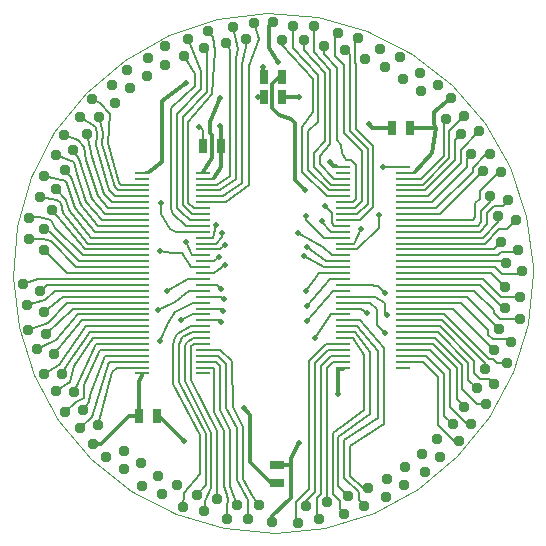
<source format=gtl>
G04 (created by PCBNEW-RS274X (2012-apr-16-27)-stable) date Tue 01 Apr 2014 03:39:00 PM EDT*
G01*
G70*
G90*
%MOIN*%
G04 Gerber Fmt 3.4, Leading zero omitted, Abs format*
%FSLAX34Y34*%
G04 APERTURE LIST*
%ADD10C,0.006000*%
%ADD11C,0.000400*%
%ADD12R,0.025000X0.045000*%
%ADD13C,0.037000*%
%ADD14R,0.045000X0.025000*%
%ADD15R,0.045300X0.009800*%
%ADD16C,0.020000*%
%ADD17C,0.008000*%
%ADD18C,0.011800*%
G04 APERTURE END LIST*
G54D10*
G54D11*
X48032Y-39370D02*
X47867Y-41052D01*
X47378Y-42670D01*
X46584Y-44163D01*
X45516Y-45473D01*
X44213Y-46551D01*
X42726Y-47355D01*
X41111Y-47855D01*
X39430Y-48031D01*
X37747Y-47878D01*
X36126Y-47401D01*
X34628Y-46618D01*
X33310Y-45558D01*
X32223Y-44263D01*
X31409Y-42782D01*
X30898Y-41170D01*
X30709Y-39490D01*
X30851Y-37807D01*
X31317Y-36182D01*
X32090Y-34678D01*
X33140Y-33353D01*
X34427Y-32258D01*
X35903Y-31433D01*
X37510Y-30911D01*
X39189Y-30710D01*
X40874Y-30840D01*
X42502Y-31295D01*
X44011Y-32057D01*
X45343Y-33098D01*
X46448Y-34377D01*
X47283Y-35847D01*
X47816Y-37451D01*
X48028Y-39129D01*
X48032Y-39370D01*
G54D12*
X39060Y-33484D03*
X39660Y-33484D03*
X39060Y-32825D03*
X39660Y-32825D03*
G54D13*
X33386Y-45059D03*
X39350Y-47677D03*
G54D12*
X43942Y-34528D03*
X43342Y-34528D03*
X37643Y-35118D03*
X37043Y-35118D03*
X35517Y-44134D03*
X34917Y-44134D03*
G54D14*
X39508Y-46363D03*
X39508Y-45763D03*
G54D15*
X37028Y-42716D03*
X37028Y-42520D03*
X37028Y-42323D03*
X37028Y-42126D03*
X37028Y-41929D03*
X37028Y-41732D03*
X37028Y-41535D03*
X37028Y-41339D03*
X37028Y-41142D03*
X37028Y-40945D03*
X37028Y-40748D03*
X37028Y-40551D03*
X37028Y-40354D03*
X37028Y-40157D03*
X37028Y-39961D03*
X37028Y-39764D03*
X37028Y-39567D03*
X37028Y-39370D03*
X37028Y-39173D03*
X37028Y-38976D03*
X37028Y-38779D03*
X37028Y-38583D03*
X37028Y-38386D03*
X37028Y-38189D03*
X37028Y-37992D03*
X37028Y-37795D03*
X37028Y-37598D03*
X37028Y-37401D03*
X37028Y-37205D03*
X37028Y-37008D03*
X37028Y-36811D03*
X37028Y-36614D03*
X37028Y-36417D03*
X37028Y-36220D03*
X37028Y-36024D03*
X35020Y-36024D03*
X35020Y-36220D03*
X35020Y-36417D03*
X35020Y-36614D03*
X35020Y-36811D03*
X35020Y-37008D03*
X35020Y-37205D03*
X35020Y-37401D03*
X35020Y-37598D03*
X35020Y-37795D03*
X35020Y-37992D03*
X35020Y-38189D03*
X35020Y-38386D03*
X35020Y-38583D03*
X35020Y-38779D03*
X35020Y-38976D03*
X35020Y-39173D03*
X35020Y-39370D03*
X35020Y-39567D03*
X35020Y-39764D03*
X35020Y-39961D03*
X35020Y-40157D03*
X35020Y-40354D03*
X35020Y-40551D03*
X35020Y-40748D03*
X35020Y-40945D03*
X35020Y-41142D03*
X35020Y-41339D03*
X35020Y-41535D03*
X35020Y-41732D03*
X35020Y-41929D03*
X35020Y-42126D03*
X35020Y-42323D03*
X35020Y-42520D03*
X35020Y-42716D03*
X43721Y-42519D03*
X43721Y-42323D03*
X43721Y-42126D03*
X43721Y-41929D03*
X43721Y-41732D03*
X43721Y-41535D03*
X43721Y-41338D03*
X43721Y-41142D03*
X43721Y-40945D03*
X43721Y-40748D03*
X43721Y-40551D03*
X43721Y-40354D03*
X43721Y-40157D03*
X43721Y-39960D03*
X43721Y-39764D03*
X43721Y-39567D03*
X43721Y-39370D03*
X43721Y-39173D03*
X43721Y-38976D03*
X43721Y-38779D03*
X43721Y-38582D03*
X43721Y-38386D03*
X43721Y-38189D03*
X43721Y-37992D03*
X43721Y-37795D03*
X43721Y-37598D03*
X43721Y-37401D03*
X43721Y-37204D03*
X43721Y-37008D03*
X43721Y-36811D03*
X43721Y-36614D03*
X43721Y-36417D03*
X43721Y-36220D03*
X43721Y-36023D03*
X43721Y-35827D03*
X41713Y-35827D03*
X41713Y-36023D03*
X41713Y-36220D03*
X41713Y-36417D03*
X41713Y-36614D03*
X41713Y-36811D03*
X41713Y-37008D03*
X41713Y-37204D03*
X41713Y-37401D03*
X41713Y-37598D03*
X41713Y-37795D03*
X41713Y-37992D03*
X41713Y-38189D03*
X41713Y-38386D03*
X41713Y-38582D03*
X41713Y-38779D03*
X41713Y-38976D03*
X41713Y-39173D03*
X41713Y-39370D03*
X41713Y-39567D03*
X41713Y-39764D03*
X41713Y-39960D03*
X41713Y-40157D03*
X41713Y-40354D03*
X41713Y-40551D03*
X41713Y-40748D03*
X41713Y-40945D03*
X41713Y-41142D03*
X41713Y-41338D03*
X41713Y-41535D03*
X41713Y-41732D03*
X41713Y-41929D03*
X41713Y-42126D03*
X41713Y-42323D03*
X41713Y-42519D03*
G54D13*
X33346Y-33583D03*
X32952Y-34172D03*
X33558Y-34151D03*
X33164Y-34740D03*
X37835Y-47579D03*
X38544Y-47579D03*
X38189Y-47087D03*
X38898Y-47087D03*
X37520Y-46890D03*
X36825Y-46751D03*
X37076Y-47303D03*
X36381Y-47164D03*
X36181Y-46417D03*
X35526Y-46146D03*
X35666Y-46736D03*
X35011Y-46465D03*
X34980Y-45689D03*
X34391Y-45295D03*
X34412Y-45901D03*
X33823Y-45507D03*
X32441Y-44016D03*
X32942Y-44517D03*
X33039Y-43918D03*
X33541Y-44420D03*
X31732Y-42717D03*
X32125Y-43307D03*
X32338Y-42739D03*
X32731Y-43328D03*
X31220Y-41260D03*
X31491Y-41915D03*
X31810Y-41399D03*
X32081Y-42054D03*
X31043Y-39724D03*
X31181Y-40419D03*
X31594Y-39976D03*
X31732Y-40671D03*
X31240Y-37539D03*
X31240Y-38248D03*
X31732Y-37893D03*
X31732Y-38602D03*
X31732Y-36122D03*
X31593Y-36817D03*
X32145Y-36566D03*
X32006Y-37261D03*
X32402Y-34764D03*
X32131Y-35419D03*
X32721Y-35279D03*
X32450Y-35934D03*
X34094Y-33701D03*
X34595Y-33200D03*
X33996Y-33103D03*
X34498Y-32601D03*
X35177Y-32815D03*
X35767Y-32422D03*
X35199Y-32209D03*
X35788Y-31816D03*
X36417Y-32146D03*
X37072Y-31875D03*
X36556Y-31556D03*
X37211Y-31285D03*
X38740Y-31024D03*
X38045Y-31162D03*
X38488Y-31575D03*
X37793Y-31713D03*
X41083Y-31791D03*
X41778Y-31930D03*
X41527Y-31378D03*
X42222Y-31517D03*
X40217Y-47697D03*
X40912Y-47559D03*
X40469Y-47146D03*
X41164Y-47008D03*
X42539Y-46535D03*
X41884Y-46806D03*
X42400Y-47125D03*
X41745Y-47396D03*
X43760Y-45827D03*
X43170Y-46220D03*
X43738Y-46433D03*
X43149Y-46826D03*
X44843Y-44902D03*
X44342Y-45403D03*
X44941Y-45500D03*
X44439Y-46002D03*
X45571Y-44980D03*
X45965Y-44391D03*
X45359Y-44412D03*
X45753Y-43823D03*
X46476Y-43720D03*
X46747Y-43065D03*
X46157Y-43205D03*
X46428Y-42550D03*
X47165Y-42362D03*
X47304Y-41667D03*
X46752Y-41918D03*
X46891Y-41223D03*
X47598Y-40886D03*
X47598Y-40177D03*
X47106Y-40532D03*
X47106Y-39823D03*
X47677Y-39291D03*
X47539Y-38596D03*
X47126Y-39039D03*
X46988Y-38344D03*
X47480Y-37598D03*
X47209Y-36943D03*
X46890Y-37459D03*
X46619Y-36804D03*
X46988Y-36004D03*
X46595Y-35414D03*
X46382Y-35982D03*
X45989Y-35393D03*
X46240Y-34646D03*
X45739Y-34145D03*
X45642Y-34744D03*
X45140Y-34242D03*
X43720Y-32913D03*
X44309Y-33307D03*
X44288Y-32701D03*
X44877Y-33095D03*
X40748Y-31122D03*
X40039Y-31122D03*
X40394Y-31614D03*
X39685Y-31614D03*
X39370Y-31004D03*
X45295Y-33543D03*
X42441Y-32224D03*
X43096Y-32495D03*
X42956Y-31905D03*
X43611Y-32176D03*
G54D16*
X41102Y-37146D03*
X41004Y-37618D03*
X40472Y-37461D03*
X42323Y-37913D03*
X42894Y-37441D03*
X40217Y-38031D03*
X40512Y-38514D03*
X40404Y-38809D03*
X40472Y-39961D03*
X40492Y-40472D03*
X43110Y-40030D03*
X40512Y-40965D03*
X43169Y-40768D03*
X43110Y-41378D03*
X42500Y-40689D03*
X40787Y-41535D03*
X36486Y-33041D03*
X39045Y-32500D03*
X38858Y-33514D03*
X37599Y-33524D03*
X35630Y-37028D03*
X37490Y-37776D03*
X37677Y-38022D03*
X37776Y-38425D03*
X36457Y-38346D03*
X37579Y-38848D03*
X35591Y-38622D03*
X37776Y-39114D03*
X35827Y-39961D03*
X37648Y-39911D03*
X35531Y-40610D03*
X37726Y-40236D03*
X35610Y-41634D03*
X37717Y-40620D03*
X36319Y-40945D03*
X37628Y-41014D03*
X41260Y-35659D03*
X40453Y-36614D03*
X40246Y-33484D03*
X43051Y-35827D03*
X42559Y-34409D03*
X36909Y-34488D03*
X36417Y-44961D03*
X38406Y-43878D03*
X40226Y-45030D03*
X41535Y-43386D03*
X39547Y-32343D03*
X37618Y-34469D03*
G54D17*
X45448Y-35595D02*
X45448Y-34938D01*
X44429Y-36614D02*
X45448Y-35595D01*
X43721Y-36614D02*
X44429Y-36614D01*
X45448Y-34938D02*
X45642Y-34744D01*
X43721Y-36811D02*
X44527Y-36811D01*
X45630Y-35256D02*
X46240Y-34646D01*
X45630Y-35708D02*
X45630Y-35256D01*
X44527Y-36811D02*
X45630Y-35708D01*
X43721Y-37008D02*
X44665Y-37008D01*
X45827Y-35555D02*
X45989Y-35393D01*
X45827Y-35846D02*
X45827Y-35555D01*
X44665Y-37008D02*
X45827Y-35846D01*
X46024Y-36003D02*
X46024Y-35866D01*
X43721Y-37204D02*
X44823Y-37204D01*
X46476Y-35414D02*
X46595Y-35414D01*
X44823Y-37204D02*
X46024Y-36003D01*
X46024Y-35866D02*
X46476Y-35414D01*
X43721Y-37401D02*
X44941Y-37401D01*
X46382Y-35960D02*
X46382Y-35982D01*
X44941Y-37401D02*
X46382Y-35960D01*
X43721Y-37598D02*
X46024Y-37598D01*
X46280Y-36890D02*
X46280Y-36634D01*
X46910Y-36004D02*
X46988Y-36004D01*
X46122Y-37500D02*
X46122Y-37048D01*
X46122Y-37048D02*
X46280Y-36890D01*
X46280Y-36634D02*
X46910Y-36004D01*
X46024Y-37598D02*
X46122Y-37500D01*
X43721Y-37795D02*
X46196Y-37795D01*
X46619Y-36984D02*
X46619Y-36804D01*
X46319Y-37672D02*
X46319Y-37284D01*
X46319Y-37284D02*
X46619Y-36984D01*
X46196Y-37795D02*
X46319Y-37672D01*
X46260Y-37992D02*
X46516Y-37736D01*
X43721Y-37992D02*
X46260Y-37992D01*
X46516Y-37362D02*
X46752Y-37126D01*
X46752Y-37126D02*
X47026Y-37126D01*
X46516Y-37736D02*
X46516Y-37362D01*
X47026Y-37126D02*
X47209Y-36943D01*
X46358Y-38189D02*
X46890Y-37657D01*
X46890Y-37657D02*
X46890Y-37459D01*
X43721Y-38189D02*
X46358Y-38189D01*
X46436Y-38386D02*
X46909Y-37913D01*
X46909Y-37913D02*
X47165Y-37913D01*
X47165Y-37913D02*
X47480Y-37598D01*
X43721Y-38386D02*
X46436Y-38386D01*
X43721Y-38582D02*
X46750Y-38582D01*
X46750Y-38582D02*
X46988Y-38344D01*
X46871Y-38779D02*
X46969Y-38681D01*
X46969Y-38681D02*
X47454Y-38681D01*
X47454Y-38681D02*
X47539Y-38596D01*
X43721Y-38779D02*
X46871Y-38779D01*
X43721Y-38976D02*
X47063Y-38976D01*
X47063Y-38976D02*
X47126Y-39039D01*
X43721Y-39173D02*
X46772Y-39173D01*
X46772Y-39173D02*
X47008Y-39409D01*
X47008Y-39409D02*
X47559Y-39409D01*
X47559Y-39409D02*
X47677Y-39291D01*
X43721Y-39370D02*
X46653Y-39370D01*
X46653Y-39370D02*
X47106Y-39823D01*
X46359Y-39567D02*
X46969Y-40177D01*
X46969Y-40177D02*
X47598Y-40177D01*
X43721Y-39567D02*
X46359Y-39567D01*
X47047Y-40532D02*
X47106Y-40532D01*
X43721Y-39764D02*
X46279Y-39764D01*
X46279Y-39764D02*
X47047Y-40532D01*
X43721Y-39960D02*
X46082Y-39960D01*
X46082Y-39960D02*
X46732Y-40610D01*
X46732Y-40610D02*
X46732Y-40689D01*
X46929Y-40886D02*
X47598Y-40886D01*
X46732Y-40689D02*
X46929Y-40886D01*
X45825Y-40157D02*
X46891Y-41223D01*
X43721Y-40157D02*
X45825Y-40157D01*
X46555Y-41417D02*
X46693Y-41555D01*
X43721Y-40354D02*
X45629Y-40354D01*
X46555Y-41280D02*
X46555Y-41417D01*
X46693Y-41555D02*
X47192Y-41555D01*
X47192Y-41555D02*
X47304Y-41667D01*
X45629Y-40354D02*
X46555Y-41280D01*
X43721Y-40551D02*
X45385Y-40551D01*
X45385Y-40551D02*
X46752Y-41918D01*
X46575Y-42244D02*
X46712Y-42244D01*
X45079Y-40748D02*
X46575Y-42244D01*
X46712Y-42244D02*
X46830Y-42362D01*
X46830Y-42362D02*
X47165Y-42362D01*
X43721Y-40748D02*
X45079Y-40748D01*
X46428Y-42373D02*
X46428Y-42550D01*
X43721Y-40945D02*
X45000Y-40945D01*
X45000Y-40945D02*
X46428Y-42373D01*
X46083Y-42697D02*
X46280Y-42894D01*
X46083Y-42284D02*
X46083Y-42697D01*
X46576Y-42894D02*
X46747Y-43065D01*
X43721Y-41142D02*
X44941Y-41142D01*
X44941Y-41142D02*
X46083Y-42284D01*
X46280Y-42894D02*
X46576Y-42894D01*
X45886Y-42362D02*
X45886Y-42934D01*
X45886Y-42934D02*
X46157Y-43205D01*
X43721Y-41338D02*
X44862Y-41338D01*
X44862Y-41338D02*
X45886Y-42362D01*
X45689Y-42441D02*
X45689Y-43248D01*
X45689Y-43248D02*
X46161Y-43720D01*
X46161Y-43720D02*
X46476Y-43720D01*
X44783Y-41535D02*
X45689Y-42441D01*
X43721Y-41535D02*
X44783Y-41535D01*
X45492Y-42520D02*
X45492Y-43562D01*
X44704Y-41732D02*
X45492Y-42520D01*
X43721Y-41732D02*
X44704Y-41732D01*
X45492Y-43562D02*
X45753Y-43823D01*
X44606Y-41929D02*
X45276Y-42599D01*
X45828Y-44391D02*
X45965Y-44391D01*
X43721Y-41929D02*
X44606Y-41929D01*
X45276Y-42599D02*
X45276Y-43839D01*
X45276Y-43839D02*
X45828Y-44391D01*
X44488Y-42126D02*
X45079Y-42717D01*
X43721Y-42126D02*
X44488Y-42126D01*
X45079Y-44132D02*
X45359Y-44412D01*
X45079Y-42717D02*
X45079Y-44132D01*
X44882Y-42835D02*
X44882Y-44449D01*
X43721Y-42323D02*
X44370Y-42323D01*
X45413Y-44980D02*
X45571Y-44980D01*
X44882Y-44449D02*
X45413Y-44980D01*
X44370Y-42323D02*
X44882Y-42835D01*
X41289Y-35054D02*
X41289Y-32605D01*
X41398Y-36220D02*
X40925Y-35748D01*
X40944Y-35450D02*
X41289Y-35054D01*
X40925Y-35748D02*
X40944Y-35450D01*
X41713Y-36220D02*
X41398Y-36220D01*
X41289Y-32605D02*
X40748Y-32008D01*
X40748Y-32008D02*
X40748Y-31122D01*
X41092Y-32693D02*
X40394Y-31929D01*
X41319Y-36417D02*
X40728Y-35846D01*
X40394Y-31929D02*
X40394Y-31614D01*
X41092Y-34961D02*
X41092Y-32693D01*
X41713Y-36417D02*
X41319Y-36417D01*
X40728Y-35365D02*
X41092Y-34961D01*
X40728Y-35846D02*
X40728Y-35365D01*
X40886Y-32770D02*
X40039Y-31850D01*
X41240Y-36614D02*
X40531Y-35926D01*
X40531Y-34646D02*
X40886Y-34326D01*
X40886Y-34326D02*
X40886Y-32770D01*
X40531Y-35926D02*
X40531Y-34646D01*
X40039Y-31850D02*
X40039Y-31122D01*
X41713Y-36614D02*
X41240Y-36614D01*
X40698Y-34010D02*
X40698Y-32892D01*
X41162Y-36811D02*
X40335Y-36004D01*
X41713Y-36811D02*
X41162Y-36811D01*
X40335Y-36004D02*
X40335Y-34488D01*
X40335Y-34488D02*
X40698Y-34010D01*
X39685Y-31772D02*
X39685Y-31614D01*
X40698Y-32892D02*
X39685Y-31772D01*
X41083Y-32067D02*
X41083Y-31791D01*
X41988Y-35610D02*
X41791Y-35610D01*
X42146Y-36889D02*
X42146Y-35768D01*
X42146Y-35768D02*
X41988Y-35610D01*
X41791Y-35610D02*
X41673Y-35354D01*
X42027Y-37008D02*
X42146Y-36889D01*
X41506Y-32529D02*
X41083Y-32067D01*
X41713Y-37008D02*
X42027Y-37008D01*
X41506Y-34931D02*
X41506Y-32529D01*
X41673Y-35354D02*
X41648Y-35103D01*
X41648Y-35103D02*
X41506Y-34931D01*
X41732Y-34704D02*
X41732Y-32441D01*
X42343Y-36968D02*
X42343Y-35315D01*
X41732Y-32441D02*
X41437Y-32146D01*
X42107Y-37204D02*
X42343Y-36968D01*
X41437Y-31468D02*
X41527Y-31378D01*
X41437Y-32146D02*
X41437Y-31468D01*
X41713Y-37204D02*
X42107Y-37204D01*
X42343Y-35315D02*
X41732Y-34704D01*
X41713Y-37401D02*
X42186Y-37401D01*
X42525Y-35237D02*
X41929Y-34641D01*
X41929Y-34641D02*
X41929Y-32081D01*
X41929Y-32081D02*
X41778Y-31930D01*
X42186Y-37401D02*
X42525Y-37062D01*
X42525Y-37062D02*
X42525Y-35237D01*
X42111Y-31628D02*
X42222Y-31517D01*
X42126Y-32382D02*
X42111Y-32367D01*
X42126Y-34567D02*
X42126Y-32382D01*
X42707Y-35148D02*
X42126Y-34567D01*
X42264Y-37598D02*
X42707Y-37155D01*
X42707Y-37155D02*
X42707Y-35148D01*
X41713Y-37598D02*
X42264Y-37598D01*
X42111Y-32367D02*
X42111Y-31628D01*
X41339Y-37716D02*
X41339Y-37383D01*
X41418Y-37795D02*
X41339Y-37716D01*
X41713Y-37795D02*
X41418Y-37795D01*
X41339Y-37383D02*
X41102Y-37146D01*
X41713Y-37992D02*
X41319Y-37992D01*
X41319Y-37992D02*
X41004Y-37677D01*
X41004Y-37677D02*
X41004Y-37618D01*
X41063Y-38189D02*
X40472Y-37598D01*
X41063Y-38189D02*
X41713Y-38189D01*
X40472Y-37598D02*
X40472Y-37461D01*
X41713Y-38386D02*
X42067Y-38386D01*
X42067Y-38386D02*
X42323Y-37913D01*
X41713Y-38582D02*
X42185Y-38582D01*
X42894Y-37873D02*
X42894Y-37441D01*
X42185Y-38582D02*
X42894Y-37873D01*
X41713Y-38779D02*
X41338Y-38779D01*
X41338Y-38779D02*
X41043Y-38484D01*
X41043Y-38484D02*
X40217Y-38031D01*
X41142Y-38976D02*
X40512Y-38514D01*
X41713Y-38976D02*
X41575Y-38976D01*
X41555Y-38976D02*
X41142Y-38976D01*
X41575Y-38976D02*
X41555Y-38976D01*
X41073Y-39173D02*
X40404Y-38809D01*
X41713Y-39173D02*
X41073Y-39173D01*
X40905Y-39370D02*
X40472Y-39961D01*
X41713Y-39370D02*
X40905Y-39370D01*
X41280Y-39567D02*
X40492Y-40472D01*
X41713Y-39567D02*
X41280Y-39567D01*
X42579Y-39764D02*
X42875Y-39795D01*
X41713Y-39764D02*
X42579Y-39764D01*
X42875Y-39795D02*
X43110Y-40030D01*
X41713Y-39960D02*
X41378Y-39961D01*
X41378Y-39961D02*
X40512Y-40965D01*
X41713Y-40157D02*
X42776Y-40157D01*
X43110Y-40374D02*
X43110Y-40708D01*
X43110Y-40708D02*
X43169Y-40768D01*
X42776Y-40157D02*
X43110Y-40374D01*
X42835Y-41103D02*
X43110Y-41378D01*
X41713Y-40354D02*
X42618Y-40354D01*
X42618Y-40354D02*
X42835Y-40571D01*
X42835Y-40571D02*
X42835Y-41103D01*
X41713Y-40551D02*
X42303Y-40551D01*
X42303Y-40551D02*
X42500Y-40689D01*
X41713Y-40748D02*
X41319Y-40748D01*
X41319Y-40748D02*
X41319Y-40748D01*
X41319Y-40748D02*
X40787Y-41535D01*
X41949Y-45138D02*
X41949Y-46122D01*
X43071Y-44415D02*
X41949Y-45138D01*
X42362Y-46535D02*
X42539Y-46535D01*
X42266Y-40945D02*
X43071Y-41858D01*
X41713Y-40945D02*
X42266Y-40945D01*
X41949Y-46122D02*
X42362Y-46535D01*
X43071Y-41858D02*
X43071Y-44415D01*
X41752Y-44942D02*
X41752Y-46201D01*
X42224Y-46673D02*
X42224Y-46949D01*
X42874Y-44213D02*
X41752Y-44942D01*
X42874Y-41953D02*
X42874Y-44213D01*
X42224Y-46949D02*
X42400Y-47125D01*
X41752Y-46201D02*
X42224Y-46673D01*
X41713Y-41142D02*
X42185Y-41142D01*
X42185Y-41142D02*
X42874Y-41953D01*
X42618Y-44055D02*
X41555Y-44823D01*
X42105Y-41338D02*
X42618Y-42014D01*
X42618Y-42014D02*
X42618Y-44055D01*
X41555Y-46477D02*
X41884Y-46806D01*
X41555Y-44823D02*
X41555Y-46477D01*
X41713Y-41338D02*
X42105Y-41338D01*
X41358Y-46732D02*
X41594Y-46968D01*
X41890Y-44331D02*
X41358Y-44705D01*
X42402Y-42106D02*
X42402Y-42736D01*
X42402Y-43937D02*
X41890Y-44331D01*
X41594Y-47245D02*
X41745Y-47396D01*
X42027Y-41535D02*
X42402Y-42106D01*
X42402Y-42736D02*
X42402Y-43937D01*
X41594Y-46968D02*
X41594Y-47245D01*
X41358Y-44705D02*
X41358Y-46732D01*
X41713Y-41535D02*
X42027Y-41535D01*
X40138Y-47618D02*
X40217Y-47697D01*
X40571Y-42303D02*
X40571Y-46575D01*
X40138Y-47008D02*
X40138Y-47618D01*
X41142Y-41732D02*
X40571Y-42303D01*
X40571Y-46575D02*
X40138Y-47008D01*
X41713Y-41732D02*
X41142Y-41732D01*
X40768Y-46653D02*
X40469Y-46952D01*
X41713Y-41929D02*
X41221Y-41929D01*
X41221Y-41929D02*
X40768Y-42382D01*
X40469Y-46952D02*
X40469Y-47146D01*
X40768Y-42382D02*
X40768Y-46653D01*
X41713Y-42126D02*
X41299Y-42126D01*
X40827Y-47474D02*
X40912Y-47559D01*
X40965Y-46732D02*
X40827Y-46870D01*
X41299Y-42126D02*
X40965Y-42460D01*
X40965Y-42460D02*
X40965Y-46732D01*
X40827Y-46870D02*
X40827Y-47474D01*
X41164Y-42536D02*
X41164Y-47008D01*
X41338Y-42362D02*
X41164Y-42536D01*
X41339Y-42362D02*
X41338Y-42362D01*
X41713Y-42323D02*
X41378Y-42323D01*
X41378Y-42323D02*
X41339Y-42362D01*
X44291Y-36220D02*
X45059Y-35452D01*
X45059Y-34323D02*
X45140Y-34242D01*
X45059Y-35452D02*
X45059Y-34323D01*
X43721Y-36220D02*
X44291Y-36220D01*
X45256Y-34628D02*
X45739Y-34145D01*
X44370Y-36417D02*
X45256Y-35531D01*
X45256Y-35531D02*
X45256Y-34628D01*
X43721Y-36417D02*
X44370Y-36417D01*
G54D18*
X35256Y-36004D02*
X35689Y-35650D01*
G54D17*
X35256Y-36004D02*
X35020Y-36024D01*
G54D18*
X35689Y-33622D02*
X36486Y-33041D01*
X39055Y-32628D02*
X39045Y-32500D01*
X35689Y-35650D02*
X35689Y-33622D01*
X39060Y-32825D02*
X39055Y-32628D01*
G54D17*
X37028Y-36024D02*
X37028Y-36004D01*
G54D18*
X37343Y-35531D02*
X37343Y-34764D01*
X39060Y-33484D02*
X39045Y-33524D01*
X37028Y-36004D02*
X37343Y-35531D01*
X37264Y-34331D02*
X37599Y-33524D01*
X39045Y-33524D02*
X38858Y-33514D01*
X37264Y-34685D02*
X37264Y-34331D01*
X37343Y-34764D02*
X37264Y-34685D01*
G54D17*
X35020Y-36417D02*
X34311Y-36417D01*
X33878Y-35039D02*
X33937Y-34075D01*
X33937Y-34075D02*
X33602Y-33701D01*
X33602Y-33701D02*
X33346Y-33583D01*
X34311Y-36417D02*
X34252Y-36358D01*
X34252Y-36358D02*
X33878Y-35039D01*
X32480Y-36949D02*
X32145Y-36566D01*
X33307Y-38187D02*
X32559Y-37283D01*
X34508Y-38189D02*
X33307Y-38187D01*
X32559Y-37283D02*
X32480Y-36949D01*
X35020Y-38189D02*
X34508Y-38189D01*
X32165Y-36949D02*
X31593Y-36817D01*
X32362Y-37362D02*
X32303Y-37047D01*
X32303Y-37047D02*
X32165Y-36949D01*
X35020Y-38386D02*
X33209Y-38386D01*
X33209Y-38386D02*
X32362Y-37362D01*
X35020Y-38583D02*
X33110Y-38583D01*
X33110Y-38583D02*
X32006Y-37261D01*
X33031Y-38780D02*
X32106Y-37874D01*
X32106Y-37874D02*
X31969Y-37598D01*
X35020Y-38779D02*
X33031Y-38780D01*
X31969Y-37598D02*
X31575Y-37500D01*
X31575Y-37500D02*
X31240Y-37539D01*
X31949Y-37992D02*
X31732Y-37893D01*
X32894Y-38976D02*
X31949Y-37992D01*
X35020Y-38976D02*
X32894Y-38976D01*
X31713Y-38248D02*
X31240Y-38248D01*
X32795Y-39173D02*
X31969Y-38287D01*
X31969Y-38287D02*
X31713Y-38248D01*
X35020Y-39173D02*
X32795Y-39173D01*
X35020Y-39370D02*
X32520Y-39370D01*
X32520Y-39370D02*
X31732Y-38602D01*
X35020Y-39567D02*
X31535Y-39567D01*
X31535Y-39567D02*
X31043Y-39724D01*
X31850Y-39764D02*
X31594Y-39976D01*
X35020Y-39764D02*
X31850Y-39764D01*
X35020Y-39961D02*
X32106Y-39961D01*
X32106Y-39961D02*
X31772Y-40276D01*
X31772Y-40276D02*
X31181Y-40419D01*
X33701Y-34685D02*
X33558Y-34151D01*
X33681Y-35059D02*
X33701Y-34685D01*
X34094Y-36496D02*
X33681Y-35059D01*
X34213Y-36614D02*
X34094Y-36496D01*
X35020Y-36614D02*
X34213Y-36614D01*
X35020Y-40157D02*
X32362Y-40157D01*
X32362Y-40157D02*
X31732Y-40671D01*
X35020Y-40354D02*
X32500Y-40354D01*
X31870Y-41024D02*
X31220Y-41260D01*
X32500Y-40354D02*
X31870Y-41024D01*
X35020Y-40551D02*
X32717Y-40551D01*
X32717Y-40551D02*
X31810Y-41399D01*
X32874Y-40748D02*
X32126Y-41614D01*
X32126Y-41614D02*
X31491Y-41915D01*
X35020Y-40748D02*
X32874Y-40748D01*
X33012Y-40945D02*
X32081Y-42054D01*
X35020Y-40945D02*
X33012Y-40945D01*
X35020Y-41142D02*
X33150Y-41142D01*
X32224Y-42421D02*
X31732Y-42717D01*
X33150Y-41142D02*
X32224Y-42421D01*
X32520Y-42421D02*
X32338Y-42739D01*
X35020Y-41339D02*
X33268Y-41339D01*
X33268Y-41339D02*
X32520Y-42421D01*
X33386Y-41535D02*
X32756Y-42461D01*
X35020Y-41535D02*
X33386Y-41535D01*
X32756Y-42461D02*
X32618Y-42992D01*
X32618Y-42992D02*
X32125Y-43307D01*
X33484Y-41732D02*
X32731Y-43328D01*
X35020Y-41732D02*
X33484Y-41732D01*
X35020Y-41929D02*
X33622Y-41929D01*
X33622Y-41929D02*
X33084Y-43109D01*
X32795Y-43661D02*
X32441Y-44016D01*
X33071Y-43543D02*
X32795Y-43661D01*
X33084Y-43109D02*
X33071Y-43543D01*
X34094Y-36811D02*
X33917Y-36614D01*
X35020Y-36811D02*
X34094Y-36811D01*
X33504Y-34783D02*
X33465Y-34508D01*
X33465Y-34508D02*
X32952Y-34172D01*
X33465Y-35098D02*
X33504Y-34783D01*
X33917Y-36614D02*
X33465Y-35098D01*
X33287Y-43445D02*
X33228Y-43681D01*
X35020Y-42126D02*
X33760Y-42126D01*
X33228Y-43681D02*
X33039Y-43918D01*
X33760Y-42126D02*
X33287Y-43445D01*
X33898Y-42323D02*
X33327Y-44154D01*
X35020Y-42323D02*
X33898Y-42323D01*
X33327Y-44154D02*
X32942Y-44517D01*
X34173Y-42520D02*
X33996Y-42657D01*
X35020Y-42520D02*
X34173Y-42520D01*
X33996Y-42657D02*
X33541Y-44420D01*
X37953Y-36129D02*
X37953Y-31938D01*
X37520Y-36417D02*
X37953Y-36129D01*
X37028Y-36417D02*
X37520Y-36417D01*
X37953Y-31938D02*
X37793Y-31713D01*
X37598Y-36614D02*
X38150Y-36246D01*
X37028Y-36614D02*
X37559Y-36614D01*
X38150Y-36246D02*
X38150Y-32213D01*
X38209Y-31890D02*
X38045Y-31162D01*
X37559Y-36614D02*
X37598Y-36614D01*
X38150Y-32213D02*
X38209Y-31890D01*
X37028Y-36811D02*
X37697Y-36811D01*
X38484Y-31831D02*
X38488Y-31575D01*
X38346Y-36359D02*
X38346Y-32402D01*
X38346Y-32402D02*
X38484Y-31831D01*
X37697Y-36811D02*
X38346Y-36359D01*
X38898Y-31575D02*
X38740Y-31024D01*
X38583Y-32460D02*
X38898Y-31575D01*
X38564Y-36437D02*
X38583Y-32460D01*
X37795Y-37008D02*
X38564Y-36437D01*
X37028Y-37008D02*
X37795Y-37008D01*
X37362Y-31516D02*
X37211Y-31285D01*
X37028Y-37205D02*
X36732Y-37205D01*
X36555Y-37026D02*
X36555Y-34322D01*
X37430Y-31966D02*
X37362Y-31516D01*
X36732Y-37205D02*
X36555Y-37026D01*
X37352Y-33415D02*
X37430Y-31966D01*
X36555Y-34322D02*
X37352Y-33415D01*
X36713Y-37402D02*
X36673Y-37402D01*
X36496Y-37244D02*
X36359Y-37107D01*
X36673Y-37402D02*
X36496Y-37244D01*
X36359Y-34155D02*
X37165Y-33327D01*
X37165Y-33327D02*
X37165Y-31957D01*
X37028Y-37401D02*
X36713Y-37402D01*
X36359Y-37107D02*
X36359Y-34155D01*
X37165Y-31957D02*
X37072Y-31875D01*
X33740Y-36732D02*
X33346Y-35512D01*
X33346Y-35512D02*
X33164Y-34740D01*
X33996Y-37008D02*
X33740Y-36732D01*
X35020Y-37008D02*
X33996Y-37008D01*
X36161Y-37184D02*
X36161Y-34055D01*
X36969Y-33247D02*
X36969Y-32640D01*
X36299Y-37323D02*
X36280Y-37303D01*
X37028Y-37598D02*
X36614Y-37598D01*
X36614Y-37598D02*
X36299Y-37323D01*
X36969Y-32640D02*
X36556Y-31556D01*
X36161Y-34055D02*
X36969Y-33247D01*
X36280Y-37303D02*
X36161Y-37184D01*
X36476Y-37795D02*
X36043Y-37402D01*
X37028Y-37795D02*
X36476Y-37795D01*
X36772Y-33149D02*
X36772Y-32749D01*
X36772Y-32749D02*
X36417Y-32146D01*
X35965Y-37224D02*
X35965Y-33878D01*
X35965Y-33878D02*
X36772Y-33149D01*
X36043Y-37402D02*
X35965Y-37224D01*
X36673Y-37992D02*
X36142Y-37992D01*
X37028Y-37992D02*
X36673Y-37992D01*
X35945Y-37894D02*
X35630Y-37402D01*
X36142Y-37992D02*
X35945Y-37894D01*
X35630Y-37402D02*
X35630Y-37028D01*
X37363Y-38189D02*
X37028Y-38189D01*
X37363Y-38189D02*
X37490Y-37776D01*
X37460Y-38386D02*
X37677Y-38169D01*
X37028Y-38386D02*
X37460Y-38386D01*
X37677Y-38169D02*
X37677Y-38022D01*
X37618Y-38583D02*
X37776Y-38425D01*
X37362Y-38583D02*
X37362Y-38583D01*
X37028Y-38583D02*
X37362Y-38583D01*
X37362Y-38583D02*
X37618Y-38583D01*
X36791Y-38780D02*
X36673Y-38780D01*
X36673Y-38780D02*
X36457Y-38346D01*
X37028Y-38779D02*
X36791Y-38780D01*
X37028Y-38976D02*
X37411Y-38969D01*
X37411Y-38969D02*
X37579Y-38848D01*
X36002Y-38699D02*
X35591Y-38622D01*
X37028Y-39173D02*
X36654Y-39173D01*
X36356Y-38701D02*
X36002Y-38699D01*
X36654Y-39173D02*
X36356Y-38701D01*
X37028Y-39370D02*
X37421Y-39370D01*
X37421Y-39370D02*
X37776Y-39114D01*
X32874Y-34941D02*
X32402Y-34764D01*
X33130Y-35591D02*
X33071Y-35157D01*
X35020Y-37205D02*
X33878Y-37205D01*
X33543Y-36811D02*
X33130Y-35591D01*
X33878Y-37205D02*
X33543Y-36811D01*
X33071Y-35157D02*
X32874Y-34941D01*
X36555Y-39577D02*
X35827Y-39961D01*
X37028Y-39567D02*
X36555Y-39577D01*
X37509Y-39772D02*
X37648Y-39911D01*
X37028Y-39764D02*
X37343Y-39772D01*
X37343Y-39772D02*
X37509Y-39772D01*
X37028Y-39961D02*
X36575Y-39961D01*
X36299Y-40177D02*
X36201Y-40256D01*
X36575Y-39961D02*
X36299Y-40177D01*
X36043Y-40374D02*
X35531Y-40610D01*
X36201Y-40256D02*
X36043Y-40374D01*
X37431Y-40157D02*
X37028Y-40157D01*
X37647Y-40157D02*
X37726Y-40236D01*
X37431Y-40157D02*
X37647Y-40157D01*
X35886Y-41043D02*
X35610Y-41634D01*
X36102Y-40669D02*
X35886Y-41043D01*
X36693Y-40354D02*
X36102Y-40669D01*
X37028Y-40354D02*
X36693Y-40354D01*
X37717Y-40620D02*
X37648Y-40551D01*
X37648Y-40551D02*
X37411Y-40551D01*
X37411Y-40551D02*
X37028Y-40551D01*
X36693Y-40748D02*
X36319Y-40945D01*
X37028Y-40748D02*
X36693Y-40748D01*
X37559Y-40945D02*
X37028Y-40945D01*
X37628Y-41014D02*
X37559Y-40945D01*
X36083Y-41614D02*
X36063Y-41673D01*
X36161Y-41398D02*
X36083Y-41614D01*
X36043Y-43051D02*
X36929Y-44783D01*
X37028Y-41142D02*
X36654Y-41142D01*
X36929Y-44783D02*
X36929Y-46083D01*
X36043Y-41732D02*
X36043Y-43051D01*
X36929Y-46083D02*
X36417Y-46693D01*
X36063Y-41673D02*
X36043Y-41732D01*
X36654Y-41142D02*
X36161Y-41398D01*
X36417Y-46693D02*
X36381Y-47164D01*
X36240Y-43012D02*
X37126Y-44744D01*
X36260Y-41693D02*
X36240Y-41732D01*
X37028Y-41339D02*
X36693Y-41339D01*
X37126Y-46437D02*
X36825Y-46751D01*
X36240Y-41732D02*
X36240Y-43012D01*
X36339Y-41516D02*
X36260Y-41693D01*
X37126Y-44744D02*
X37126Y-46437D01*
X36693Y-41339D02*
X36339Y-41516D01*
X33346Y-36909D02*
X32913Y-35571D01*
X33780Y-37402D02*
X33346Y-36909D01*
X32913Y-35571D02*
X32721Y-35279D01*
X35020Y-37401D02*
X33780Y-37402D01*
X36437Y-41791D02*
X36437Y-42972D01*
X37106Y-46969D02*
X37076Y-47303D01*
X36732Y-41535D02*
X36496Y-41654D01*
X36437Y-42972D02*
X37323Y-44705D01*
X36496Y-41654D02*
X36437Y-41791D01*
X37323Y-46535D02*
X37106Y-46969D01*
X37323Y-44705D02*
X37323Y-46535D01*
X37028Y-41535D02*
X36732Y-41535D01*
X36772Y-41732D02*
X36673Y-41772D01*
X36673Y-41772D02*
X36634Y-41811D01*
X37028Y-41732D02*
X36772Y-41732D01*
X36634Y-41811D02*
X36634Y-42933D01*
X36634Y-42933D02*
X37520Y-44646D01*
X37520Y-44646D02*
X37520Y-46890D01*
X38386Y-46240D02*
X38720Y-46831D01*
X38386Y-44508D02*
X38386Y-46240D01*
X38031Y-43839D02*
X38386Y-44508D01*
X38720Y-46831D02*
X38898Y-47087D01*
X37992Y-42303D02*
X38012Y-42323D01*
X38012Y-42323D02*
X38031Y-43839D01*
X37618Y-41929D02*
X37992Y-42303D01*
X37028Y-41929D02*
X37618Y-41929D01*
X38543Y-46929D02*
X38544Y-47579D01*
X37539Y-42126D02*
X37815Y-42402D01*
X37480Y-42126D02*
X37539Y-42126D01*
X38169Y-44547D02*
X38169Y-46280D01*
X37028Y-42126D02*
X37480Y-42126D01*
X37815Y-43878D02*
X38169Y-44547D01*
X37815Y-42402D02*
X37815Y-43878D01*
X38169Y-46280D02*
X38543Y-46929D01*
X37461Y-42323D02*
X37598Y-42461D01*
X37953Y-44587D02*
X37953Y-46457D01*
X37402Y-42323D02*
X37461Y-42323D01*
X37618Y-43937D02*
X37953Y-44587D01*
X37598Y-42461D02*
X37618Y-42480D01*
X37028Y-42323D02*
X37402Y-42323D01*
X37618Y-42480D02*
X37618Y-43937D01*
X37953Y-46457D02*
X38189Y-47087D01*
X37874Y-46929D02*
X37835Y-47146D01*
X37421Y-43996D02*
X37756Y-44646D01*
X37756Y-46476D02*
X37835Y-46772D01*
X37756Y-44646D02*
X37756Y-46476D01*
X37835Y-47146D02*
X37835Y-47579D01*
X37362Y-42520D02*
X37421Y-42579D01*
X37835Y-46772D02*
X37874Y-46929D01*
X37421Y-42579D02*
X37421Y-43996D01*
X37028Y-42520D02*
X37362Y-42520D01*
X32854Y-36083D02*
X32736Y-35650D01*
X33661Y-37598D02*
X33150Y-36988D01*
X33150Y-36988D02*
X32854Y-36083D01*
X32736Y-35650D02*
X32131Y-35419D01*
X35020Y-37598D02*
X33661Y-37598D01*
X32972Y-37106D02*
X32638Y-36181D01*
X33543Y-37795D02*
X32972Y-37106D01*
X32638Y-36181D02*
X32450Y-35934D01*
X35020Y-37795D02*
X33543Y-37795D01*
X35020Y-37992D02*
X33445Y-37997D01*
X32461Y-36299D02*
X31732Y-36122D01*
X32776Y-37205D02*
X32461Y-36299D01*
X33445Y-37997D02*
X32776Y-37205D01*
G54D18*
X41476Y-35807D02*
X41378Y-35797D01*
G54D17*
X41555Y-35827D02*
X41713Y-35827D01*
G54D18*
X39350Y-33061D02*
X39350Y-33869D01*
G54D17*
X41555Y-35827D02*
X41476Y-35807D01*
G54D18*
X41378Y-35797D02*
X41260Y-35659D01*
X39586Y-32825D02*
X39350Y-33061D01*
X40098Y-36259D02*
X40453Y-36614D01*
X39990Y-34244D02*
X40098Y-34352D01*
X39350Y-33869D02*
X39577Y-34096D01*
X39577Y-34096D02*
X39990Y-34244D01*
X40098Y-34352D02*
X40098Y-34617D01*
X40098Y-34617D02*
X40098Y-36259D01*
X39660Y-32825D02*
X39586Y-32825D01*
X40246Y-33484D02*
X39660Y-33484D01*
G54D17*
X43721Y-35827D02*
X43051Y-35827D01*
G54D18*
X39660Y-33484D02*
X39660Y-33484D01*
G54D17*
X35517Y-44134D02*
X35590Y-44134D01*
G54D18*
X35590Y-44134D02*
X36417Y-44961D01*
G54D17*
X36983Y-34542D02*
X36909Y-34488D01*
X37043Y-34602D02*
X36909Y-34488D01*
X37043Y-35118D02*
X37043Y-34602D01*
G54D18*
X42559Y-34409D02*
X42678Y-34528D01*
X42678Y-34528D02*
X43342Y-34528D01*
G54D17*
X39508Y-46363D02*
X39305Y-46363D01*
G54D18*
X38612Y-44084D02*
X38406Y-43878D01*
X38612Y-45670D02*
X38612Y-44084D01*
X39305Y-46363D02*
X38612Y-45670D01*
X39508Y-45763D02*
X39980Y-45763D01*
G54D17*
X41713Y-42519D02*
X41713Y-42578D01*
G54D18*
X41713Y-42578D02*
X41555Y-42579D01*
X41555Y-42579D02*
X41535Y-43386D01*
X39980Y-45522D02*
X40226Y-45030D01*
X39980Y-46850D02*
X39980Y-45758D01*
X39980Y-45758D02*
X39980Y-45522D01*
G54D17*
X39980Y-45763D02*
X39980Y-45758D01*
G54D18*
X39980Y-46850D02*
X39350Y-47480D01*
X39350Y-47480D02*
X39350Y-47677D01*
X43942Y-34528D02*
X44803Y-34528D01*
G54D17*
X44035Y-36023D02*
X44114Y-36004D01*
G54D18*
X44685Y-35354D02*
X44803Y-34528D01*
G54D17*
X44803Y-34528D02*
X44803Y-34528D01*
G54D18*
X44114Y-36004D02*
X44685Y-35354D01*
G54D17*
X43721Y-36023D02*
X44035Y-36023D01*
G54D18*
X44744Y-34390D02*
X44744Y-34015D01*
G54D17*
X45295Y-33543D02*
X45295Y-33544D01*
G54D18*
X44744Y-34015D02*
X45295Y-33543D01*
X44803Y-34528D02*
X44744Y-34390D01*
X39547Y-32343D02*
X39232Y-31870D01*
X39232Y-31870D02*
X39232Y-31732D01*
X39370Y-31004D02*
X39232Y-31142D01*
X39232Y-31732D02*
X39232Y-31142D01*
X37643Y-35118D02*
X37643Y-34514D01*
G54D17*
X37402Y-36220D02*
X37402Y-36220D01*
X37382Y-36220D02*
X37402Y-36220D01*
X37028Y-36220D02*
X37382Y-36220D01*
X37618Y-34469D02*
X37618Y-34469D01*
G54D18*
X37402Y-36201D02*
X37638Y-35846D01*
X37638Y-35846D02*
X37638Y-35123D01*
G54D17*
X37638Y-35123D02*
X37643Y-35118D01*
X37402Y-36220D02*
X37402Y-36201D01*
X37643Y-34514D02*
X37618Y-34469D01*
G54D18*
X33386Y-45059D02*
X33642Y-45059D01*
X34567Y-44134D02*
X34917Y-44134D01*
X33642Y-45059D02*
X34567Y-44134D01*
G54D17*
X35020Y-42716D02*
X35020Y-42776D01*
G54D18*
X34917Y-42997D02*
X34917Y-44134D01*
X35020Y-42776D02*
X34917Y-42997D01*
M02*

</source>
